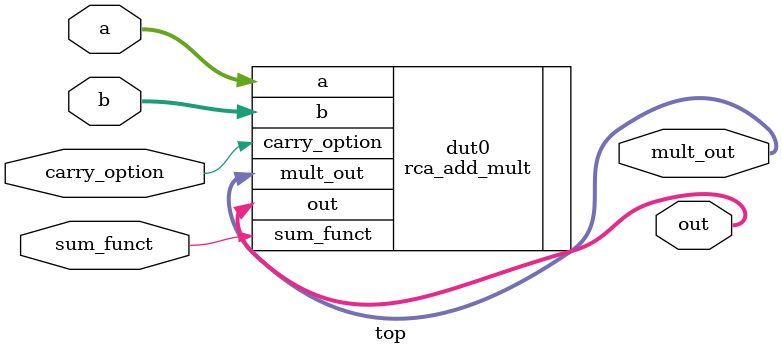
<source format=v>
module top #( parameter DATA_WIDTH = 32) (
    input sum_funct,
    input carry_option,
    input [DATA_WIDTH-1:0] a,
    input [DATA_WIDTH-1:0] b,
    output [DATA_WIDTH-1:0] out,
    output [2*DATA_WIDTH-1:0] mult_out
);

    rca_add_mult #(DATA_WIDTH) dut0(
        .sum_funct(sum_funct),
        .carry_option(carry_option),
        .a(a),
        .b(b),
        .out(out),
        .mult_out(mult_out)
    );

endmodule
</source>
